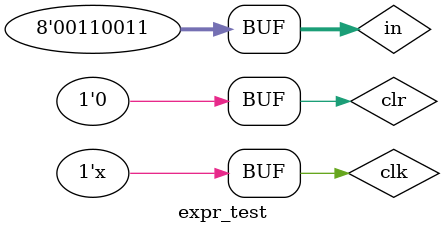
<source format=v>
`timescale 1ns / 1ps


module expr_test;

	// Inputs
	reg clk;
	reg clr;
	reg [7:0] in;

	// Outputs
	wire out;

	// Instantiate the Unit Under Test (UUT)
	expr uut (
		.clk(clk), 
		.clr(clr), 
		.in(in), 
		.out(out)
	);

	initial begin
		// Initialize Inputs
		clk = 0;
		clr = 0;
		in = "1";
		#10
		in = "+";
		#10
		in = "2";
		#10
		in = "*";
		#10
		in = "3";
		#30
		clr = 1;
		#10
		clr = 0;
		in = "1";
		#10
		in = "+";
		#10
		in = "2";
		#10
		in = "*";
		#10
		in = "3";
		// Wait 100 ns for global reset to finish
		#100;
        
		// Add stimulus here
	end
   always #5 clk = ~clk;
endmodule


</source>
